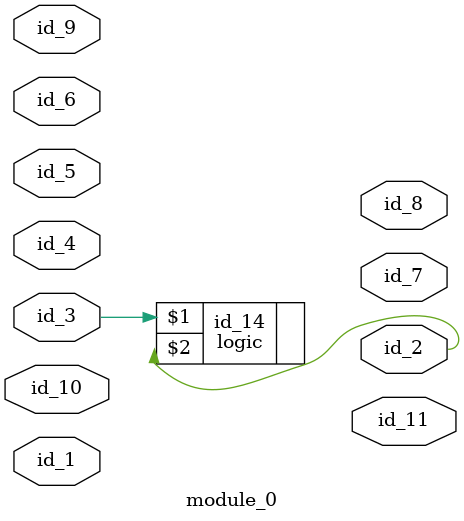
<source format=v>
module module_0 (
    id_1,
    id_2,
    id_3,
    id_4,
    id_5,
    id_6,
    id_7,
    id_8,
    id_9,
    id_10,
    id_11
);
  output id_11;
  input id_10;
  input id_9;
  output id_8;
  output id_7;
  input id_6;
  input id_5;
  input id_4;
  input id_3;
  output id_2;
  input id_1;
  id_12 id_13 (
      .id_5(id_10),
      .id_5(id_1),
      .id_2(id_6)
  );
  logic id_14 (
      id_3,
      id_2
  );
  id_15 id_16 (
      .id_11(id_9),
      .id_5 (id_13)
  );
endmodule

</source>
